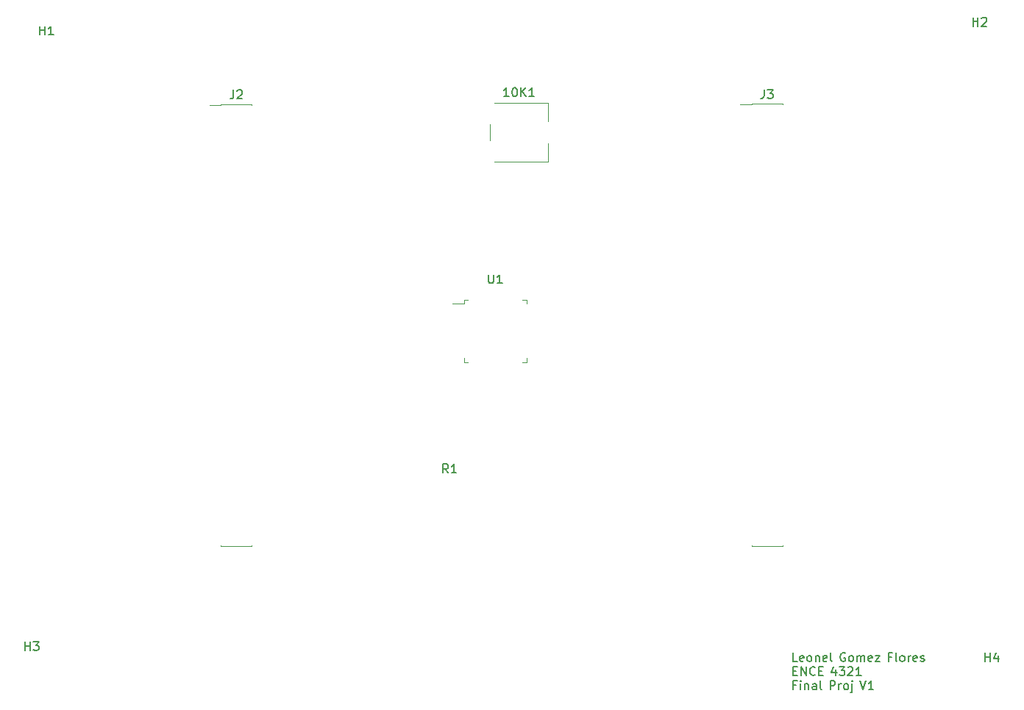
<source format=gbr>
%TF.GenerationSoftware,KiCad,Pcbnew,(7.0.0)*%
%TF.CreationDate,2023-06-01T13:02:33-06:00*%
%TF.ProjectId,V1,56312e6b-6963-4616-945f-706362585858,rev?*%
%TF.SameCoordinates,Original*%
%TF.FileFunction,Legend,Top*%
%TF.FilePolarity,Positive*%
%FSLAX46Y46*%
G04 Gerber Fmt 4.6, Leading zero omitted, Abs format (unit mm)*
G04 Created by KiCad (PCBNEW (7.0.0)) date 2023-06-01 13:02:33*
%MOMM*%
%LPD*%
G01*
G04 APERTURE LIST*
%ADD10C,0.150000*%
%ADD11C,0.120000*%
G04 APERTURE END LIST*
D10*
X184914285Y-127042380D02*
X184438095Y-127042380D01*
X184438095Y-127042380D02*
X184438095Y-126042380D01*
X185628571Y-126994761D02*
X185533333Y-127042380D01*
X185533333Y-127042380D02*
X185342857Y-127042380D01*
X185342857Y-127042380D02*
X185247619Y-126994761D01*
X185247619Y-126994761D02*
X185200000Y-126899523D01*
X185200000Y-126899523D02*
X185200000Y-126518571D01*
X185200000Y-126518571D02*
X185247619Y-126423333D01*
X185247619Y-126423333D02*
X185342857Y-126375714D01*
X185342857Y-126375714D02*
X185533333Y-126375714D01*
X185533333Y-126375714D02*
X185628571Y-126423333D01*
X185628571Y-126423333D02*
X185676190Y-126518571D01*
X185676190Y-126518571D02*
X185676190Y-126613809D01*
X185676190Y-126613809D02*
X185200000Y-126709047D01*
X186247619Y-127042380D02*
X186152381Y-126994761D01*
X186152381Y-126994761D02*
X186104762Y-126947142D01*
X186104762Y-126947142D02*
X186057143Y-126851904D01*
X186057143Y-126851904D02*
X186057143Y-126566190D01*
X186057143Y-126566190D02*
X186104762Y-126470952D01*
X186104762Y-126470952D02*
X186152381Y-126423333D01*
X186152381Y-126423333D02*
X186247619Y-126375714D01*
X186247619Y-126375714D02*
X186390476Y-126375714D01*
X186390476Y-126375714D02*
X186485714Y-126423333D01*
X186485714Y-126423333D02*
X186533333Y-126470952D01*
X186533333Y-126470952D02*
X186580952Y-126566190D01*
X186580952Y-126566190D02*
X186580952Y-126851904D01*
X186580952Y-126851904D02*
X186533333Y-126947142D01*
X186533333Y-126947142D02*
X186485714Y-126994761D01*
X186485714Y-126994761D02*
X186390476Y-127042380D01*
X186390476Y-127042380D02*
X186247619Y-127042380D01*
X187009524Y-126375714D02*
X187009524Y-127042380D01*
X187009524Y-126470952D02*
X187057143Y-126423333D01*
X187057143Y-126423333D02*
X187152381Y-126375714D01*
X187152381Y-126375714D02*
X187295238Y-126375714D01*
X187295238Y-126375714D02*
X187390476Y-126423333D01*
X187390476Y-126423333D02*
X187438095Y-126518571D01*
X187438095Y-126518571D02*
X187438095Y-127042380D01*
X188295238Y-126994761D02*
X188200000Y-127042380D01*
X188200000Y-127042380D02*
X188009524Y-127042380D01*
X188009524Y-127042380D02*
X187914286Y-126994761D01*
X187914286Y-126994761D02*
X187866667Y-126899523D01*
X187866667Y-126899523D02*
X187866667Y-126518571D01*
X187866667Y-126518571D02*
X187914286Y-126423333D01*
X187914286Y-126423333D02*
X188009524Y-126375714D01*
X188009524Y-126375714D02*
X188200000Y-126375714D01*
X188200000Y-126375714D02*
X188295238Y-126423333D01*
X188295238Y-126423333D02*
X188342857Y-126518571D01*
X188342857Y-126518571D02*
X188342857Y-126613809D01*
X188342857Y-126613809D02*
X187866667Y-126709047D01*
X188914286Y-127042380D02*
X188819048Y-126994761D01*
X188819048Y-126994761D02*
X188771429Y-126899523D01*
X188771429Y-126899523D02*
X188771429Y-126042380D01*
X190419048Y-126090000D02*
X190323810Y-126042380D01*
X190323810Y-126042380D02*
X190180953Y-126042380D01*
X190180953Y-126042380D02*
X190038096Y-126090000D01*
X190038096Y-126090000D02*
X189942858Y-126185238D01*
X189942858Y-126185238D02*
X189895239Y-126280476D01*
X189895239Y-126280476D02*
X189847620Y-126470952D01*
X189847620Y-126470952D02*
X189847620Y-126613809D01*
X189847620Y-126613809D02*
X189895239Y-126804285D01*
X189895239Y-126804285D02*
X189942858Y-126899523D01*
X189942858Y-126899523D02*
X190038096Y-126994761D01*
X190038096Y-126994761D02*
X190180953Y-127042380D01*
X190180953Y-127042380D02*
X190276191Y-127042380D01*
X190276191Y-127042380D02*
X190419048Y-126994761D01*
X190419048Y-126994761D02*
X190466667Y-126947142D01*
X190466667Y-126947142D02*
X190466667Y-126613809D01*
X190466667Y-126613809D02*
X190276191Y-126613809D01*
X191038096Y-127042380D02*
X190942858Y-126994761D01*
X190942858Y-126994761D02*
X190895239Y-126947142D01*
X190895239Y-126947142D02*
X190847620Y-126851904D01*
X190847620Y-126851904D02*
X190847620Y-126566190D01*
X190847620Y-126566190D02*
X190895239Y-126470952D01*
X190895239Y-126470952D02*
X190942858Y-126423333D01*
X190942858Y-126423333D02*
X191038096Y-126375714D01*
X191038096Y-126375714D02*
X191180953Y-126375714D01*
X191180953Y-126375714D02*
X191276191Y-126423333D01*
X191276191Y-126423333D02*
X191323810Y-126470952D01*
X191323810Y-126470952D02*
X191371429Y-126566190D01*
X191371429Y-126566190D02*
X191371429Y-126851904D01*
X191371429Y-126851904D02*
X191323810Y-126947142D01*
X191323810Y-126947142D02*
X191276191Y-126994761D01*
X191276191Y-126994761D02*
X191180953Y-127042380D01*
X191180953Y-127042380D02*
X191038096Y-127042380D01*
X191800001Y-127042380D02*
X191800001Y-126375714D01*
X191800001Y-126470952D02*
X191847620Y-126423333D01*
X191847620Y-126423333D02*
X191942858Y-126375714D01*
X191942858Y-126375714D02*
X192085715Y-126375714D01*
X192085715Y-126375714D02*
X192180953Y-126423333D01*
X192180953Y-126423333D02*
X192228572Y-126518571D01*
X192228572Y-126518571D02*
X192228572Y-127042380D01*
X192228572Y-126518571D02*
X192276191Y-126423333D01*
X192276191Y-126423333D02*
X192371429Y-126375714D01*
X192371429Y-126375714D02*
X192514286Y-126375714D01*
X192514286Y-126375714D02*
X192609525Y-126423333D01*
X192609525Y-126423333D02*
X192657144Y-126518571D01*
X192657144Y-126518571D02*
X192657144Y-127042380D01*
X193514286Y-126994761D02*
X193419048Y-127042380D01*
X193419048Y-127042380D02*
X193228572Y-127042380D01*
X193228572Y-127042380D02*
X193133334Y-126994761D01*
X193133334Y-126994761D02*
X193085715Y-126899523D01*
X193085715Y-126899523D02*
X193085715Y-126518571D01*
X193085715Y-126518571D02*
X193133334Y-126423333D01*
X193133334Y-126423333D02*
X193228572Y-126375714D01*
X193228572Y-126375714D02*
X193419048Y-126375714D01*
X193419048Y-126375714D02*
X193514286Y-126423333D01*
X193514286Y-126423333D02*
X193561905Y-126518571D01*
X193561905Y-126518571D02*
X193561905Y-126613809D01*
X193561905Y-126613809D02*
X193085715Y-126709047D01*
X193895239Y-126375714D02*
X194419048Y-126375714D01*
X194419048Y-126375714D02*
X193895239Y-127042380D01*
X193895239Y-127042380D02*
X194419048Y-127042380D01*
X195733334Y-126518571D02*
X195400001Y-126518571D01*
X195400001Y-127042380D02*
X195400001Y-126042380D01*
X195400001Y-126042380D02*
X195876191Y-126042380D01*
X196400001Y-127042380D02*
X196304763Y-126994761D01*
X196304763Y-126994761D02*
X196257144Y-126899523D01*
X196257144Y-126899523D02*
X196257144Y-126042380D01*
X196923811Y-127042380D02*
X196828573Y-126994761D01*
X196828573Y-126994761D02*
X196780954Y-126947142D01*
X196780954Y-126947142D02*
X196733335Y-126851904D01*
X196733335Y-126851904D02*
X196733335Y-126566190D01*
X196733335Y-126566190D02*
X196780954Y-126470952D01*
X196780954Y-126470952D02*
X196828573Y-126423333D01*
X196828573Y-126423333D02*
X196923811Y-126375714D01*
X196923811Y-126375714D02*
X197066668Y-126375714D01*
X197066668Y-126375714D02*
X197161906Y-126423333D01*
X197161906Y-126423333D02*
X197209525Y-126470952D01*
X197209525Y-126470952D02*
X197257144Y-126566190D01*
X197257144Y-126566190D02*
X197257144Y-126851904D01*
X197257144Y-126851904D02*
X197209525Y-126947142D01*
X197209525Y-126947142D02*
X197161906Y-126994761D01*
X197161906Y-126994761D02*
X197066668Y-127042380D01*
X197066668Y-127042380D02*
X196923811Y-127042380D01*
X197685716Y-127042380D02*
X197685716Y-126375714D01*
X197685716Y-126566190D02*
X197733335Y-126470952D01*
X197733335Y-126470952D02*
X197780954Y-126423333D01*
X197780954Y-126423333D02*
X197876192Y-126375714D01*
X197876192Y-126375714D02*
X197971430Y-126375714D01*
X198685716Y-126994761D02*
X198590478Y-127042380D01*
X198590478Y-127042380D02*
X198400002Y-127042380D01*
X198400002Y-127042380D02*
X198304764Y-126994761D01*
X198304764Y-126994761D02*
X198257145Y-126899523D01*
X198257145Y-126899523D02*
X198257145Y-126518571D01*
X198257145Y-126518571D02*
X198304764Y-126423333D01*
X198304764Y-126423333D02*
X198400002Y-126375714D01*
X198400002Y-126375714D02*
X198590478Y-126375714D01*
X198590478Y-126375714D02*
X198685716Y-126423333D01*
X198685716Y-126423333D02*
X198733335Y-126518571D01*
X198733335Y-126518571D02*
X198733335Y-126613809D01*
X198733335Y-126613809D02*
X198257145Y-126709047D01*
X199114288Y-126994761D02*
X199209526Y-127042380D01*
X199209526Y-127042380D02*
X199400002Y-127042380D01*
X199400002Y-127042380D02*
X199495240Y-126994761D01*
X199495240Y-126994761D02*
X199542859Y-126899523D01*
X199542859Y-126899523D02*
X199542859Y-126851904D01*
X199542859Y-126851904D02*
X199495240Y-126756666D01*
X199495240Y-126756666D02*
X199400002Y-126709047D01*
X199400002Y-126709047D02*
X199257145Y-126709047D01*
X199257145Y-126709047D02*
X199161907Y-126661428D01*
X199161907Y-126661428D02*
X199114288Y-126566190D01*
X199114288Y-126566190D02*
X199114288Y-126518571D01*
X199114288Y-126518571D02*
X199161907Y-126423333D01*
X199161907Y-126423333D02*
X199257145Y-126375714D01*
X199257145Y-126375714D02*
X199400002Y-126375714D01*
X199400002Y-126375714D02*
X199495240Y-126423333D01*
X184438095Y-128138571D02*
X184771428Y-128138571D01*
X184914285Y-128662380D02*
X184438095Y-128662380D01*
X184438095Y-128662380D02*
X184438095Y-127662380D01*
X184438095Y-127662380D02*
X184914285Y-127662380D01*
X185342857Y-128662380D02*
X185342857Y-127662380D01*
X185342857Y-127662380D02*
X185914285Y-128662380D01*
X185914285Y-128662380D02*
X185914285Y-127662380D01*
X186961904Y-128567142D02*
X186914285Y-128614761D01*
X186914285Y-128614761D02*
X186771428Y-128662380D01*
X186771428Y-128662380D02*
X186676190Y-128662380D01*
X186676190Y-128662380D02*
X186533333Y-128614761D01*
X186533333Y-128614761D02*
X186438095Y-128519523D01*
X186438095Y-128519523D02*
X186390476Y-128424285D01*
X186390476Y-128424285D02*
X186342857Y-128233809D01*
X186342857Y-128233809D02*
X186342857Y-128090952D01*
X186342857Y-128090952D02*
X186390476Y-127900476D01*
X186390476Y-127900476D02*
X186438095Y-127805238D01*
X186438095Y-127805238D02*
X186533333Y-127710000D01*
X186533333Y-127710000D02*
X186676190Y-127662380D01*
X186676190Y-127662380D02*
X186771428Y-127662380D01*
X186771428Y-127662380D02*
X186914285Y-127710000D01*
X186914285Y-127710000D02*
X186961904Y-127757619D01*
X187390476Y-128138571D02*
X187723809Y-128138571D01*
X187866666Y-128662380D02*
X187390476Y-128662380D01*
X187390476Y-128662380D02*
X187390476Y-127662380D01*
X187390476Y-127662380D02*
X187866666Y-127662380D01*
X189323809Y-127995714D02*
X189323809Y-128662380D01*
X189085714Y-127614761D02*
X188847619Y-128329047D01*
X188847619Y-128329047D02*
X189466666Y-128329047D01*
X189752381Y-127662380D02*
X190371428Y-127662380D01*
X190371428Y-127662380D02*
X190038095Y-128043333D01*
X190038095Y-128043333D02*
X190180952Y-128043333D01*
X190180952Y-128043333D02*
X190276190Y-128090952D01*
X190276190Y-128090952D02*
X190323809Y-128138571D01*
X190323809Y-128138571D02*
X190371428Y-128233809D01*
X190371428Y-128233809D02*
X190371428Y-128471904D01*
X190371428Y-128471904D02*
X190323809Y-128567142D01*
X190323809Y-128567142D02*
X190276190Y-128614761D01*
X190276190Y-128614761D02*
X190180952Y-128662380D01*
X190180952Y-128662380D02*
X189895238Y-128662380D01*
X189895238Y-128662380D02*
X189800000Y-128614761D01*
X189800000Y-128614761D02*
X189752381Y-128567142D01*
X190752381Y-127757619D02*
X190800000Y-127710000D01*
X190800000Y-127710000D02*
X190895238Y-127662380D01*
X190895238Y-127662380D02*
X191133333Y-127662380D01*
X191133333Y-127662380D02*
X191228571Y-127710000D01*
X191228571Y-127710000D02*
X191276190Y-127757619D01*
X191276190Y-127757619D02*
X191323809Y-127852857D01*
X191323809Y-127852857D02*
X191323809Y-127948095D01*
X191323809Y-127948095D02*
X191276190Y-128090952D01*
X191276190Y-128090952D02*
X190704762Y-128662380D01*
X190704762Y-128662380D02*
X191323809Y-128662380D01*
X192276190Y-128662380D02*
X191704762Y-128662380D01*
X191990476Y-128662380D02*
X191990476Y-127662380D01*
X191990476Y-127662380D02*
X191895238Y-127805238D01*
X191895238Y-127805238D02*
X191800000Y-127900476D01*
X191800000Y-127900476D02*
X191704762Y-127948095D01*
X184771428Y-129758571D02*
X184438095Y-129758571D01*
X184438095Y-130282380D02*
X184438095Y-129282380D01*
X184438095Y-129282380D02*
X184914285Y-129282380D01*
X185295238Y-130282380D02*
X185295238Y-129615714D01*
X185295238Y-129282380D02*
X185247619Y-129330000D01*
X185247619Y-129330000D02*
X185295238Y-129377619D01*
X185295238Y-129377619D02*
X185342857Y-129330000D01*
X185342857Y-129330000D02*
X185295238Y-129282380D01*
X185295238Y-129282380D02*
X185295238Y-129377619D01*
X185771428Y-129615714D02*
X185771428Y-130282380D01*
X185771428Y-129710952D02*
X185819047Y-129663333D01*
X185819047Y-129663333D02*
X185914285Y-129615714D01*
X185914285Y-129615714D02*
X186057142Y-129615714D01*
X186057142Y-129615714D02*
X186152380Y-129663333D01*
X186152380Y-129663333D02*
X186199999Y-129758571D01*
X186199999Y-129758571D02*
X186199999Y-130282380D01*
X187104761Y-130282380D02*
X187104761Y-129758571D01*
X187104761Y-129758571D02*
X187057142Y-129663333D01*
X187057142Y-129663333D02*
X186961904Y-129615714D01*
X186961904Y-129615714D02*
X186771428Y-129615714D01*
X186771428Y-129615714D02*
X186676190Y-129663333D01*
X187104761Y-130234761D02*
X187009523Y-130282380D01*
X187009523Y-130282380D02*
X186771428Y-130282380D01*
X186771428Y-130282380D02*
X186676190Y-130234761D01*
X186676190Y-130234761D02*
X186628571Y-130139523D01*
X186628571Y-130139523D02*
X186628571Y-130044285D01*
X186628571Y-130044285D02*
X186676190Y-129949047D01*
X186676190Y-129949047D02*
X186771428Y-129901428D01*
X186771428Y-129901428D02*
X187009523Y-129901428D01*
X187009523Y-129901428D02*
X187104761Y-129853809D01*
X187723809Y-130282380D02*
X187628571Y-130234761D01*
X187628571Y-130234761D02*
X187580952Y-130139523D01*
X187580952Y-130139523D02*
X187580952Y-129282380D01*
X188704762Y-130282380D02*
X188704762Y-129282380D01*
X188704762Y-129282380D02*
X189085714Y-129282380D01*
X189085714Y-129282380D02*
X189180952Y-129330000D01*
X189180952Y-129330000D02*
X189228571Y-129377619D01*
X189228571Y-129377619D02*
X189276190Y-129472857D01*
X189276190Y-129472857D02*
X189276190Y-129615714D01*
X189276190Y-129615714D02*
X189228571Y-129710952D01*
X189228571Y-129710952D02*
X189180952Y-129758571D01*
X189180952Y-129758571D02*
X189085714Y-129806190D01*
X189085714Y-129806190D02*
X188704762Y-129806190D01*
X189704762Y-130282380D02*
X189704762Y-129615714D01*
X189704762Y-129806190D02*
X189752381Y-129710952D01*
X189752381Y-129710952D02*
X189800000Y-129663333D01*
X189800000Y-129663333D02*
X189895238Y-129615714D01*
X189895238Y-129615714D02*
X189990476Y-129615714D01*
X190466667Y-130282380D02*
X190371429Y-130234761D01*
X190371429Y-130234761D02*
X190323810Y-130187142D01*
X190323810Y-130187142D02*
X190276191Y-130091904D01*
X190276191Y-130091904D02*
X190276191Y-129806190D01*
X190276191Y-129806190D02*
X190323810Y-129710952D01*
X190323810Y-129710952D02*
X190371429Y-129663333D01*
X190371429Y-129663333D02*
X190466667Y-129615714D01*
X190466667Y-129615714D02*
X190609524Y-129615714D01*
X190609524Y-129615714D02*
X190704762Y-129663333D01*
X190704762Y-129663333D02*
X190752381Y-129710952D01*
X190752381Y-129710952D02*
X190800000Y-129806190D01*
X190800000Y-129806190D02*
X190800000Y-130091904D01*
X190800000Y-130091904D02*
X190752381Y-130187142D01*
X190752381Y-130187142D02*
X190704762Y-130234761D01*
X190704762Y-130234761D02*
X190609524Y-130282380D01*
X190609524Y-130282380D02*
X190466667Y-130282380D01*
X191228572Y-129615714D02*
X191228572Y-130472857D01*
X191228572Y-130472857D02*
X191180953Y-130568095D01*
X191180953Y-130568095D02*
X191085715Y-130615714D01*
X191085715Y-130615714D02*
X191038096Y-130615714D01*
X191228572Y-129282380D02*
X191180953Y-129330000D01*
X191180953Y-129330000D02*
X191228572Y-129377619D01*
X191228572Y-129377619D02*
X191276191Y-129330000D01*
X191276191Y-129330000D02*
X191228572Y-129282380D01*
X191228572Y-129282380D02*
X191228572Y-129377619D01*
X192161905Y-129282380D02*
X192495238Y-130282380D01*
X192495238Y-130282380D02*
X192828571Y-129282380D01*
X193685714Y-130282380D02*
X193114286Y-130282380D01*
X193400000Y-130282380D02*
X193400000Y-129282380D01*
X193400000Y-129282380D02*
X193304762Y-129425238D01*
X193304762Y-129425238D02*
X193209524Y-129520476D01*
X193209524Y-129520476D02*
X193114286Y-129568095D01*
%TO.C,R1*%
X144733333Y-105317380D02*
X144400000Y-104841190D01*
X144161905Y-105317380D02*
X144161905Y-104317380D01*
X144161905Y-104317380D02*
X144542857Y-104317380D01*
X144542857Y-104317380D02*
X144638095Y-104365000D01*
X144638095Y-104365000D02*
X144685714Y-104412619D01*
X144685714Y-104412619D02*
X144733333Y-104507857D01*
X144733333Y-104507857D02*
X144733333Y-104650714D01*
X144733333Y-104650714D02*
X144685714Y-104745952D01*
X144685714Y-104745952D02*
X144638095Y-104793571D01*
X144638095Y-104793571D02*
X144542857Y-104841190D01*
X144542857Y-104841190D02*
X144161905Y-104841190D01*
X145685714Y-105317380D02*
X145114286Y-105317380D01*
X145400000Y-105317380D02*
X145400000Y-104317380D01*
X145400000Y-104317380D02*
X145304762Y-104460238D01*
X145304762Y-104460238D02*
X145209524Y-104555476D01*
X145209524Y-104555476D02*
X145114286Y-104603095D01*
%TO.C,J3*%
X181116666Y-61182380D02*
X181116666Y-61896666D01*
X181116666Y-61896666D02*
X181069047Y-62039523D01*
X181069047Y-62039523D02*
X180973809Y-62134761D01*
X180973809Y-62134761D02*
X180830952Y-62182380D01*
X180830952Y-62182380D02*
X180735714Y-62182380D01*
X181497619Y-61182380D02*
X182116666Y-61182380D01*
X182116666Y-61182380D02*
X181783333Y-61563333D01*
X181783333Y-61563333D02*
X181926190Y-61563333D01*
X181926190Y-61563333D02*
X182021428Y-61610952D01*
X182021428Y-61610952D02*
X182069047Y-61658571D01*
X182069047Y-61658571D02*
X182116666Y-61753809D01*
X182116666Y-61753809D02*
X182116666Y-61991904D01*
X182116666Y-61991904D02*
X182069047Y-62087142D01*
X182069047Y-62087142D02*
X182021428Y-62134761D01*
X182021428Y-62134761D02*
X181926190Y-62182380D01*
X181926190Y-62182380D02*
X181640476Y-62182380D01*
X181640476Y-62182380D02*
X181545238Y-62134761D01*
X181545238Y-62134761D02*
X181497619Y-62087142D01*
%TO.C,J2*%
X120016666Y-61222380D02*
X120016666Y-61936666D01*
X120016666Y-61936666D02*
X119969047Y-62079523D01*
X119969047Y-62079523D02*
X119873809Y-62174761D01*
X119873809Y-62174761D02*
X119730952Y-62222380D01*
X119730952Y-62222380D02*
X119635714Y-62222380D01*
X120445238Y-61317619D02*
X120492857Y-61270000D01*
X120492857Y-61270000D02*
X120588095Y-61222380D01*
X120588095Y-61222380D02*
X120826190Y-61222380D01*
X120826190Y-61222380D02*
X120921428Y-61270000D01*
X120921428Y-61270000D02*
X120969047Y-61317619D01*
X120969047Y-61317619D02*
X121016666Y-61412857D01*
X121016666Y-61412857D02*
X121016666Y-61508095D01*
X121016666Y-61508095D02*
X120969047Y-61650952D01*
X120969047Y-61650952D02*
X120397619Y-62222380D01*
X120397619Y-62222380D02*
X121016666Y-62222380D01*
%TO.C,10K1*%
X151733333Y-61967380D02*
X151161905Y-61967380D01*
X151447619Y-61967380D02*
X151447619Y-60967380D01*
X151447619Y-60967380D02*
X151352381Y-61110238D01*
X151352381Y-61110238D02*
X151257143Y-61205476D01*
X151257143Y-61205476D02*
X151161905Y-61253095D01*
X152352381Y-60967380D02*
X152447619Y-60967380D01*
X152447619Y-60967380D02*
X152542857Y-61015000D01*
X152542857Y-61015000D02*
X152590476Y-61062619D01*
X152590476Y-61062619D02*
X152638095Y-61157857D01*
X152638095Y-61157857D02*
X152685714Y-61348333D01*
X152685714Y-61348333D02*
X152685714Y-61586428D01*
X152685714Y-61586428D02*
X152638095Y-61776904D01*
X152638095Y-61776904D02*
X152590476Y-61872142D01*
X152590476Y-61872142D02*
X152542857Y-61919761D01*
X152542857Y-61919761D02*
X152447619Y-61967380D01*
X152447619Y-61967380D02*
X152352381Y-61967380D01*
X152352381Y-61967380D02*
X152257143Y-61919761D01*
X152257143Y-61919761D02*
X152209524Y-61872142D01*
X152209524Y-61872142D02*
X152161905Y-61776904D01*
X152161905Y-61776904D02*
X152114286Y-61586428D01*
X152114286Y-61586428D02*
X152114286Y-61348333D01*
X152114286Y-61348333D02*
X152161905Y-61157857D01*
X152161905Y-61157857D02*
X152209524Y-61062619D01*
X152209524Y-61062619D02*
X152257143Y-61015000D01*
X152257143Y-61015000D02*
X152352381Y-60967380D01*
X153114286Y-61967380D02*
X153114286Y-60967380D01*
X153685714Y-61967380D02*
X153257143Y-61395952D01*
X153685714Y-60967380D02*
X153114286Y-61538809D01*
X154638095Y-61967380D02*
X154066667Y-61967380D01*
X154352381Y-61967380D02*
X154352381Y-60967380D01*
X154352381Y-60967380D02*
X154257143Y-61110238D01*
X154257143Y-61110238D02*
X154161905Y-61205476D01*
X154161905Y-61205476D02*
X154066667Y-61253095D01*
%TO.C,H4*%
X206538095Y-127067380D02*
X206538095Y-126067380D01*
X206538095Y-126543571D02*
X207109523Y-126543571D01*
X207109523Y-127067380D02*
X207109523Y-126067380D01*
X208014285Y-126400714D02*
X208014285Y-127067380D01*
X207776190Y-126019761D02*
X207538095Y-126734047D01*
X207538095Y-126734047D02*
X208157142Y-126734047D01*
%TO.C,H3*%
X96038095Y-125767380D02*
X96038095Y-124767380D01*
X96038095Y-125243571D02*
X96609523Y-125243571D01*
X96609523Y-125767380D02*
X96609523Y-124767380D01*
X96990476Y-124767380D02*
X97609523Y-124767380D01*
X97609523Y-124767380D02*
X97276190Y-125148333D01*
X97276190Y-125148333D02*
X97419047Y-125148333D01*
X97419047Y-125148333D02*
X97514285Y-125195952D01*
X97514285Y-125195952D02*
X97561904Y-125243571D01*
X97561904Y-125243571D02*
X97609523Y-125338809D01*
X97609523Y-125338809D02*
X97609523Y-125576904D01*
X97609523Y-125576904D02*
X97561904Y-125672142D01*
X97561904Y-125672142D02*
X97514285Y-125719761D01*
X97514285Y-125719761D02*
X97419047Y-125767380D01*
X97419047Y-125767380D02*
X97133333Y-125767380D01*
X97133333Y-125767380D02*
X97038095Y-125719761D01*
X97038095Y-125719761D02*
X96990476Y-125672142D01*
%TO.C,H2*%
X205138095Y-53867380D02*
X205138095Y-52867380D01*
X205138095Y-53343571D02*
X205709523Y-53343571D01*
X205709523Y-53867380D02*
X205709523Y-52867380D01*
X206138095Y-52962619D02*
X206185714Y-52915000D01*
X206185714Y-52915000D02*
X206280952Y-52867380D01*
X206280952Y-52867380D02*
X206519047Y-52867380D01*
X206519047Y-52867380D02*
X206614285Y-52915000D01*
X206614285Y-52915000D02*
X206661904Y-52962619D01*
X206661904Y-52962619D02*
X206709523Y-53057857D01*
X206709523Y-53057857D02*
X206709523Y-53153095D01*
X206709523Y-53153095D02*
X206661904Y-53295952D01*
X206661904Y-53295952D02*
X206090476Y-53867380D01*
X206090476Y-53867380D02*
X206709523Y-53867380D01*
%TO.C,H1*%
X97738095Y-54867380D02*
X97738095Y-53867380D01*
X97738095Y-54343571D02*
X98309523Y-54343571D01*
X98309523Y-54867380D02*
X98309523Y-53867380D01*
X99309523Y-54867380D02*
X98738095Y-54867380D01*
X99023809Y-54867380D02*
X99023809Y-53867380D01*
X99023809Y-53867380D02*
X98928571Y-54010238D01*
X98928571Y-54010238D02*
X98833333Y-54105476D01*
X98833333Y-54105476D02*
X98738095Y-54153095D01*
%TO.C,U1*%
X149388095Y-82479880D02*
X149388095Y-83289404D01*
X149388095Y-83289404D02*
X149435714Y-83384642D01*
X149435714Y-83384642D02*
X149483333Y-83432261D01*
X149483333Y-83432261D02*
X149578571Y-83479880D01*
X149578571Y-83479880D02*
X149769047Y-83479880D01*
X149769047Y-83479880D02*
X149864285Y-83432261D01*
X149864285Y-83432261D02*
X149911904Y-83384642D01*
X149911904Y-83384642D02*
X149959523Y-83289404D01*
X149959523Y-83289404D02*
X149959523Y-82479880D01*
X150959523Y-83479880D02*
X150388095Y-83479880D01*
X150673809Y-83479880D02*
X150673809Y-82479880D01*
X150673809Y-82479880D02*
X150578571Y-82622738D01*
X150578571Y-82622738D02*
X150483333Y-82717976D01*
X150483333Y-82717976D02*
X150388095Y-82765595D01*
D11*
%TO.C,J3*%
X179685000Y-62815000D02*
X179685000Y-62880000D01*
X179685000Y-113735000D02*
X183215000Y-113735000D01*
X183215000Y-62815000D02*
X183215000Y-62880000D01*
X179685000Y-113670000D02*
X179685000Y-113735000D01*
X183215000Y-113670000D02*
X183215000Y-113735000D01*
X178360000Y-62880000D02*
X179685000Y-62880000D01*
X179685000Y-62815000D02*
X183215000Y-62815000D01*
%TO.C,J2*%
X118585000Y-62855000D02*
X118585000Y-62920000D01*
X118585000Y-113775000D02*
X122115000Y-113775000D01*
X122115000Y-62855000D02*
X122115000Y-62920000D01*
X118585000Y-113710000D02*
X118585000Y-113775000D01*
X122115000Y-113710000D02*
X122115000Y-113775000D01*
X117260000Y-62920000D02*
X118585000Y-62920000D01*
X118585000Y-62855000D02*
X122115000Y-62855000D01*
%TO.C,10K1*%
X150066000Y-62729000D02*
X156270000Y-62729000D01*
X149530000Y-65191000D02*
X149530000Y-67010000D01*
X150066000Y-69470000D02*
X156270000Y-69470000D01*
X156270000Y-62729000D02*
X156270000Y-64860000D01*
X156270000Y-67340000D02*
X156270000Y-69470000D01*
%TO.C,U1*%
X146540000Y-85352500D02*
X146540000Y-85802500D01*
X146540000Y-85802500D02*
X145250000Y-85802500D01*
X146540000Y-92572500D02*
X146540000Y-92122500D01*
X146990000Y-85352500D02*
X146540000Y-85352500D01*
X146990000Y-92572500D02*
X146540000Y-92572500D01*
X153310000Y-85352500D02*
X153760000Y-85352500D01*
X153310000Y-92572500D02*
X153760000Y-92572500D01*
X153760000Y-85352500D02*
X153760000Y-85802500D01*
X153760000Y-92572500D02*
X153760000Y-92122500D01*
%TD*%
M02*

</source>
